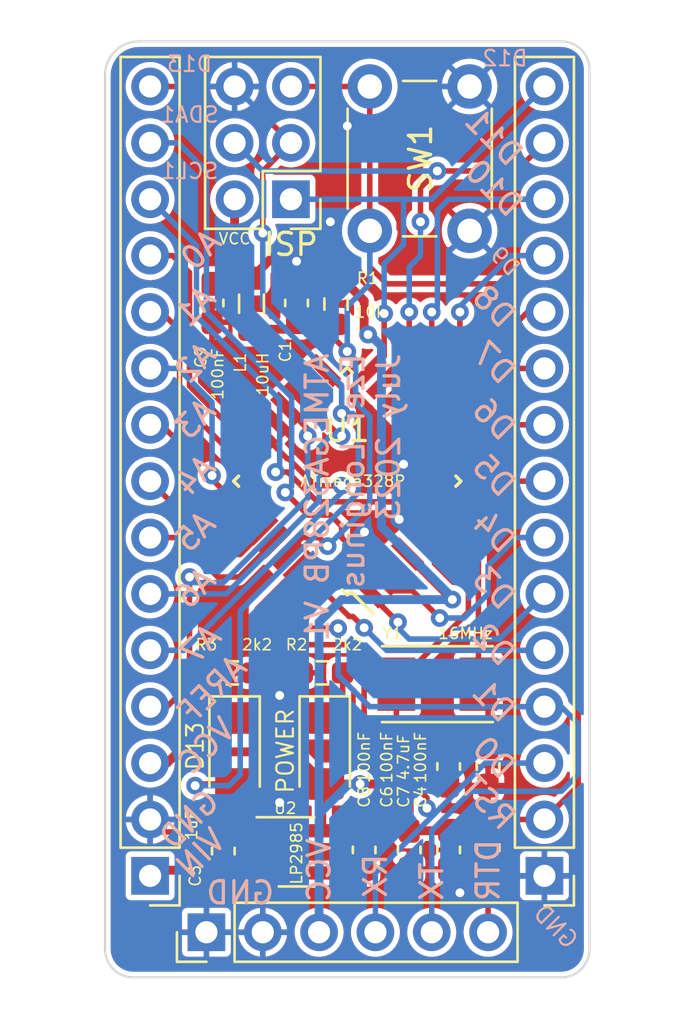
<source format=kicad_pcb>
(kicad_pcb (version 20211014) (generator pcbnew)
  (layers (0 "F.Cu" signal) (31 "B.Cu" signal) (34 "B.Paste" user) (35 "F.Paste" user) (36 "B.SilkS" user "B.Silkscreen") (37 "F.SilkS" user "F.Silkscreen") (38 "B.Mask" user) (39 "F.Mask" user) (44 "Edge.Cuts" user))
  (net 0 "")
  (net 1 "GND")
  (net 2 "VDDA")
  (net 3 "Net-(C2-Pad2)")
  (net 4 "Net-(C3-Pad2)")
  (net 5 "VDD")
  (net 6 "D{slash}R")
  (net 7 "VCC")
  (net 8 "Net-(C6-Pad2)")
  (net 9 "D12")
  (net 10 "D13")
  (net 11 "D11")
  (net 12 "~{RST}")
  (net 13 "AREF")
  (net 14 "A07")
  (net 15 "A06")
  (net 16 "A05")
  (net 17 "A04")
  (net 18 "A03")
  (net 19 "A02")
  (net 20 "A01")
  (net 21 "A00")
  (net 22 "SCL1")
  (net 23 "SDA1")
  (net 24 "D00")
  (net 25 "D01")
  (net 26 "D02")
  (net 27 "D03")
  (net 28 "D04")
  (net 29 "D05")
  (net 30 "D06")
  (net 31 "D07")
  (net 32 "D08")
  (net 33 "D09")
  (net 34 "D10")
  (net 35 "Net-(D1-Pad1)")
  (net 36 "Net-(D2-Pad1)")
  (footprint "Connector_PinHeader_2.54mm:PinHeader_1x06_P2.54mm_Vertical" (layer "F.Cu") (at 104.14 83.82 90)
    (fp_text reference "J4")
    (fp_text value "Conn_01x06_Male")
  )
  (footprint "Connector_PinHeader_2.54mm:PinHeader_1x15_P2.54mm_Vertical" (layer "F.Cu") (at 101.6 81.28 180)
    (fp_text reference "J2")
    (fp_text value "Conn_01x15_Male")
  )
  (footprint "Capacitor_SMD:C_0603_1608Metric_Pad1.08x0.95mm_HandSolder" (layer "F.Cu") (at 111.252 80.1105 -90)
    (fp_text reference "C6")
    (fp_text value "100nF")
  )
  (footprint "Package_QFP:TQFP-32_7x7mm_P0.8mm" (layer "F.Cu") (at 110.49 63.5 135)
    (fp_text reference "U1")
    (fp_text value "ATmega328P")
  )
  (footprint "Capacitor_SMD:C_0603_1608Metric_Pad1.08x0.95mm_HandSolder" (layer "F.Cu") (at 116.84 76.3535 90)
    (fp_text reference "C2")
    (fp_text value "22pF")
  )
  (footprint "Capacitor_SMD:C_0603_1608Metric_Pad1.08x0.95mm_HandSolder" (layer "F.Cu") (at 104.902 80.1635 -90)
    (fp_text reference "C5")
    (fp_text value "1uF")
  )
  (footprint "Crystal:Crystal_SMD_TXC_7A-2Pin_5x3.2mm" (layer "F.Cu") (at 114.554 72.644)
    (fp_text reference "Y1")
    (fp_text value "16MHz")
  )
  (footprint "LED_SMD:LED_1206_3216Metric_Pad1.42x1.75mm_HandSolder" (layer "F.Cu") (at 105.41 75.6555 -90)
    (fp_text reference "D13")
    (fp_text value "LED")
  )
  (footprint "Capacitor_SMD:C_0603_1608Metric_Pad1.08x0.95mm_HandSolder" (layer "F.Cu") (at 104.394 55.4725 90)
    (fp_text reference "C9")
    (fp_text value "100nF")
  )
  (footprint "Resistor_SMD:R_0603_1608Metric_Pad0.98x0.95mm_HandSolder" (layer "F.Cu") (at 109.3705 72.136 180)
    (fp_text reference "R2")
    (fp_text value "2k2")
  )
  (footprint "Capacitor_SMD:C_0603_1608Metric_Pad1.08x0.95mm_HandSolder" (layer "F.Cu") (at 116.84 80.01 90)
    (fp_text reference "C4")
    (fp_text value "100nF")
  )
  (footprint "Capacitor_SMD:C_0603_1608Metric_Pad1.08x0.95mm_HandSolder" (layer "F.Cu") (at 115.062 80.1105 90)
    (fp_text reference "C7")
    (fp_text value "4.7uF")
  )
  (footprint "Resistor_SMD:R_0603_1608Metric_Pad0.98x0.95mm_HandSolder" (layer "F.Cu") (at 105.3065 72.136)
    (fp_text reference "R3")
    (fp_text value "2k2")
  )
  (footprint "Connector_PinHeader_2.54mm:PinHeader_1x15_P2.54mm_Vertical" (layer "F.Cu") (at 119.38 81.28 180)
    (fp_text reference "J3")
    (fp_text value "Conn_01x15_Male")
  )
  (footprint "Capacitor_SMD:C_0603_1608Metric_Pad1.08x0.95mm_HandSolder" (layer "F.Cu") (at 115.062 76.3535 90)
    (fp_text reference "C3")
    (fp_text value "22pF")
  )
  (footprint "Resistor_SMD:R_0603_1608Metric_Pad0.98x0.95mm_HandSolder" (layer "F.Cu") (at 109.982 55.5225 -90)
    (fp_text reference "R1")
    (fp_text value "10k")
  )
  (footprint "Inductor_SMD:L_0805_2012Metric_Pad1.05x1.20mm_HandSolder" (layer "F.Cu") (at 106.172 55.506 -90)
    (fp_text reference "L1")
    (fp_text value "10uH")
  )
  (footprint "Package_TO_SOT_SMD:SOT-23-5" (layer "F.Cu") (at 108.204 80.198)
    (fp_text reference "U2")
    (fp_text value "LP2985")
  )
  (footprint "Connector_PinHeader_2.54mm:PinHeader_2x03_P2.54mm_Vertical" (layer "F.Cu") (at 107.95 50.8 180)
    (fp_text reference "ISP")
    (fp_text value "AVR-ISP-6")
  )
  (footprint "Capacitor_SMD:C_0603_1608Metric_Pad1.08x0.95mm_HandSolder" (layer "F.Cu") (at 108.204 55.4725 -90)
    (fp_text reference "C1")
    (fp_text value "100nF")
  )
  (footprint "Button_Switch_THT:SW_PUSH_6mm" (layer "F.Cu") (at 111.506 52.22 90)
    (fp_text reference "SW1")
    (fp_text value "SW_Push")
  )
  (footprint "LED_SMD:LED_1206_3216Metric_Pad1.42x1.75mm_HandSolder" (layer "F.Cu") (at 109.474 75.6555 -90)
    (fp_text reference "POWER")
    (fp_text value "LED")
  )
  (footprint "Capacitor_SMD:C_0603_1608Metric_Pad1.08x0.95mm_HandSolder" (layer "F.Cu") (at 113.284 80.1105 90)
    (fp_text reference "C8")
    (fp_text value "100nF")
  )
  (gr_line (start 101.092 43.688) (end 120.142 43.688) (layer "Edge.Cuts") (width 0.1))
  (gr_line (start 121.412 44.958) (end 121.412 84.582) (layer "Edge.Cuts") (width 0.1))
  (gr_line (start 120.142 85.852) (end 100.838 85.852) (layer "Edge.Cuts") (width 0.1))
  (gr_arc (start 100.838 85.852) (mid 99.939974 85.480026) (end 99.568 84.582) (layer "Edge.Cuts") (width 0.1))
  (gr_arc (start 121.412 84.582) (mid 121.040026 85.480026) (end 120.142 85.852) (layer "Edge.Cuts") (width 0.1))
  (gr_line (start 99.568 84.582) (end 99.568 45.212) (layer "Edge.Cuts") (width 0.1))
  (gr_arc (start 120.142 43.688) (mid 121.040026 44.059974) (end 121.412 44.958) (layer "Edge.Cuts") (width 0.1))
  (gr_arc (start 99.568 45.212) (mid 100.014369 44.134369) (end 101.092 43.688) (layer "Edge.Cuts") (width 0.1))
  (gr_text "TX" (at 114.3 81.534 90) (layer "B.SilkS") (effects (font (size 1 1)) (justify mirror)))
  (gr_text "D11" (at 117.094 48.006 -45) (layer "B.SilkS") (effects (font (size 1 1)) (justify mirror)))
  (gr_text "D6" (at 117.094 60.706 -45) (layer "B.SilkS") (effects (font (size 1 1)) (justify mirror)))
  (gr_text "DTR" (at 116.84 81.026 90) (layer "B.SilkS") (effects (font (size 1 1)) (justify mirror)))
  (gr_text "D8\n" (at 117.094 55.626 -45) (layer "B.SilkS") (effects (font (size 1 1)) (justify mirror)))
  (gr_text "D9" (at 117.602 53.594 -45) (layer "B.SilkS") (effects (font (size 0.7 0.7) (thickness 0.1)) (justify mirror)))
  (gr_text "A3" (at 103.632 60.706 45) (layer "B.SilkS") (effects (font (size 1 1)) (justify mirror)))
  (gr_text "D3" (at 117.094 68.326 -45) (layer "B.SilkS") (effects (font (size 1 1)) (justify mirror)))
  (gr_text "A6" (at 103.632 68.326 45) (layer "B.SilkS") (effects (font (size 1 1)) (justify mirror)))
  (gr_text "D13" (at 103.378 44.704) (layer "B.SilkS") (effects (font (size 0.7 0.7) (thickness 0.1)) (justify mirror)))
  (gr_text "A4" (at 103.632 63.246 45) (layer "B.SilkS") (effects (font (size 1 1)) (justify mirror)))
  (gr_text "D12" (at 117.602 44.45) (layer "B.SilkS") (effects (font (size 0.7 0.7) (thickness 0.1)) (justify mirror)))
  (gr_text "A0" (at 103.886 53.086 45) (layer "B.SilkS") (effects (font (size 1 1)) (justify mirror)))
  (gr_text "GND	" (at 103.124 78.994 45) (layer "B.SilkS") (effects (font (size 1 1)) (justify mirror)))
  (gr_text "ATMEGA328PB V1\nEzer Longinus\nJuly 2023" (at 110.744 57.658 90) (layer "B.SilkS") (effects (font (size 1 1)) (justify left mirror)))
  (gr_text "A2" (at 103.632 58.166 45) (layer "B.SilkS") (effects (font (size 1 1)) (justify mirror)))
  (gr_text "D5\n" (at 117.094 63.246 -45) (layer "B.SilkS") (effects (font (size 1 1)) (justify mirror)))
  (gr_text "GND" (at 119.888 83.566 -45) (layer "B.SilkS") (effects (font (size 0.75 0.75) (thickness 0.1)) (justify mirror)))
  (gr_text "VCC" (at 104.14 75.438 45) (layer "B.SilkS") (effects (font (size 1 1)) (justify mirror)))
  (gr_text "D2" (at 117.094 70.866 -45) (layer "B.SilkS") (effects (font (size 1 1)) (justify mirror)))
  (gr_text "D7" (at 117.094 58.166 -45) (layer "B.SilkS") (effects (font (size 1 1)) (justify mirror)))
  (gr_text "D10\n" (at 117.094 50.292 -45) (layer "B.SilkS") (effects (font (size 1 1)) (justify mirror)))
  (gr_text "D1" (at 117.094 73.406 -45) (layer "B.SilkS") (effects (font (size 1 1)) (justify mirror)))
  (gr_text "VCC\n" (at 109.22 81.026 90) (layer "B.SilkS") (effects (font (size 1 1)) (justify mirror)))
  (gr_text "GND\n" (at 105.664 82.042) (layer "B.SilkS") (effects (font (size 1 1)) (justify mirror)))
  (gr_text "AREF\n" (at 104.394 72.898 45) (layer "B.SilkS") (effects (font (size 1 1)) (justify mirror)))
  (gr_text "D4" (at 117.094 65.786 -45) (layer "B.SilkS") (effects (font (size 1 1)) (justify mirror)))
  (gr_text "A7\n" (at 103.886 70.866 45) (layer "B.SilkS") (effects (font (size 1 1)) (justify mirror)))
  (gr_text "RST" (at 116.84 77.978 -45) (layer "B.SilkS") (effects (font (size 1 1)) (justify mirror)))
  (gr_text "SDA1" (at 103.378 46.99) (layer "B.SilkS") (effects (font (size 0.7 0.7) (thickness 0.1)) (justify mirror)))
  (gr_text "D0" (at 117.094 75.946 -45) (layer "B.SilkS") (effects (font (size 1 1)) (justify mirror)))
  (gr_text "SCL1" (at 103.378 49.53) (layer "B.SilkS") (effects (font (size 0.7 0.7) (thickness 0.1)) (justify mirror)))
  (gr_text "VIN\n" (at 103.886 80.264 45) (layer "B.SilkS") (effects (font (size 1 1)) (justify mirror)))
  (gr_text "A1" (at 103.632 55.626 45) (layer "B.SilkS") (effects (font (size 1 1)) (justify mirror)))
  (gr_text "RX" (at 111.76 81.28 90) (layer "B.SilkS") (effects (font (size 1 1)) (justify mirror)))
  (gr_text "A5" (at 103.632 65.786 45) (layer "B.SilkS") (effects (font (size 1 1)) (justify mirror)))
  (gr_text "VCC" (at 105.41 52.578) (layer "F.SilkS") (effects (font (size 0.5 0.5) (thickness 0.075))))
  (segment (start 105.156 78.486) (end 104.902 78.74) (width 0.25) (layer "F.Cu") (net 1))
  (segment (start 105.357 55.372) (end 104.394 56.335) (width 0.25) (layer "F.Cu") (net 1))
  (segment (start 109.728 51.054) (end 110.49 50.292) (width 0.25) (layer "F.Cu") (net 1))
  (segment (start 105.156 57.912) (end 106.172 57.912) (width 0.25) (layer "F.Cu") (net 1))
  (segment (start 108.724097 62.738) (end 107.95 61.963903) (width 0.25) (layer "F.Cu") (net 1))
  (segment (start 102.161 79.301) (end 104.902 79.301) (width 0.25) (layer "F.Cu") (net 1))
  (segment (start 106.426 58.166) (end 106.426 60.001686) (width 0.25) (layer "F.Cu") (net 1))
  (segment (start 112.268 61.976) (end 110.998 61.976) (width 0.25) (layer "F.Cu") (net 1))
  (segment (start 106.426 60.001686) (end 107.201953 60.777639) (width 0.25) (layer "F.Cu") (net 1))
  (segment (start 115.57 82.042) (end 115.57 81.481) (width 0.25) (layer "F.Cu") (net 1))
  (segment (start 111.252 79.248) (end 111.76 79.248) (width 0.25) (layer "F.Cu") (net 1))
  (segment (start 113.284 80.973) (end 115.062 80.973) (width 0.25) (layer "F.Cu") (net 1))
  (segment (start 112.833332 65.220668) (end 111.834528 65.220668) (width 0.25) (layer "F.Cu") (net 1))
  (segment (start 110.236 62.738) (end 108.724097 62.738) (width 0.25) (layer "F.Cu") (net 1))
  (segment (start 107.442 77.978) (end 107.696 77.978) (width 0.25) (layer "F.Cu") (net 1))
  (segment (start 113.778047 66.222361) (end 113.778047 66.165383) (width 0.25) (layer "F.Cu") (net 1))
  (segment (start 107.442 55.372) (end 105.357 55.372) (width 0.25) (layer "F.Cu") (net 1))
  (segment (start 113.03 62.738) (end 112.268 61.976) (width 0.25) (layer "F.Cu") (net 1))
  (segment (start 115.623 80.973) (end 116.04 80.556) (width 0.25) (layer "F.Cu") (net 1))
  (segment (start 101.6 78.74) (end 102.161 79.301) (width 0.25) (layer "F.Cu") (net 1))
  (segment (start 107.442 72.136) (end 108.458 72.136) (width 0.25) (layer "F.Cu") (net 1))
  (segment (start 112.268 79.756) (end 112.268 80.518) (width 0.25) (layer "F.Cu") (net 1))
  (segment (start 115.57 81.481) (end 115.062 80.973) (width 0.25) (layer "F.Cu") (net 1))
  (segment (start 112.831 47.443) (end 114.554 45.72) (width 0.25) (layer "F.Cu") (net 1))
  (segment (start 113.792 53.086) (end 112.831 52.125) (width 0.25) (layer "F.Cu") (net 1))
  (segment (start 107.442 72.136) (end 107.442 73.152) (width 0.25) (layer "F.Cu") (net 1))
  (segment (start 104.394 57.15) (end 105.156 57.912) (width 0.25) (layer "F.Cu") (net 1))
  (segment (start 116.078 77.216) (end 116.84 77.216) (width 0.25) (layer "F.Cu") (net 1))
  (segment (start 114.554 45.72) (end 116.006 45.72) (width 0.25) (layer "F.Cu") (net 1))
  (segment (start 107.442 77.978) (end 106.699538 77.978) (width 0.25) (layer "F.Cu") (net 1))
  (segment (start 107.95 61.963903) (end 107.95 61.525686) (width 0.25) (layer "F.Cu") (net 1))
  (segment (start 111.834528 65.220668) (end 111.267853 65.787343) (width 0.25) (layer "F.Cu") (net 1))
  (segment (start 116.04 77.254) (end 116.078 77.216) (width 0.25) (layer "F.Cu") (net 1))
  (segment (start 116.006 52.22) (end 115.14 53.086) (width 0.25) (layer "F.Cu") (net 1))
  (segment (start 107.0665 80.198) (end 108.27 80.198) (width 0.25) (layer "F.Cu") (net 1))
  (segment (start 104.394 56.335) (end 104.394 57.15) (width 0.25) (layer "F.Cu") (net 1))
  (segment (start 115.14 53.086) (end 113.792 53.086) (width 0.25) (layer "F.Cu") (net 1))
  (segment (start 113.778047 66.165383) (end 112.833332 65.220668) (width 0.25) (layer "F.Cu") (net 1))
  (segment (start 115.062 80.973) (end 115.623 80.973) (width 0.25) (layer "F.Cu") (net 1))
  (segment (start 108.204 54.61) (end 108.204 53.594) (width 0.25) (layer "F.Cu") (net 1))
  (segment (start 108.27 80.198) (end 110.302 80.198) (width 0.25) (layer "F.Cu") (net 1))
  (segment (start 109.728 51.816) (end 109.728 51.054) (width 0.25) (layer "F.Cu") (net 1))
  (segment (start 115.062 77.216) (end 116.078 77.216) (width 0.25) (layer "F.Cu") (net 1))
  (segment (start 110.998 61.976) (end 110.236 62.738) (width 0.25) (layer "F.Cu") (net 1))
  (segment (start 106.219 72.136) (end 107.442 72.136) (width 0.25) (layer "F.Cu") (net 1))
  (segment (start 108.27 78.552) (end 108.27 80.198) (width 0.25) (layer "F.Cu") (net 1))
  (segment (start 112.831 52.125) (end 112.831 47.443) (width 0.25) (layer "F.Cu") (net 1))
  (segment (start 107.95 61.525686) (end 107.201953 60.777639) (width 0.25) (layer "F.Cu") (net 1))
  (segment (start 110.49 50.292) (end 110.49 47.498) (width 0.25) (layer "F.Cu") (net 1))
  (segment (start 112.723 80.973) (end 113.284 80.973) (width 0.25) (layer "F.Cu") (net 1))
  (segment (start 106.172 57.912) (end 106.426 58.166) (width 0.25) (layer "F.Cu") (net 1))
  (segment (start 112.268 80.518) (end 112.723 80.973) (width 0.25) (layer "F.Cu") (net 1))
  (segment (start 110.302 80.198) (end 111.252 79.248) (width 0.25) (layer "F.Cu") (net 1))
  (segment (start 104.902 78.74) (end 104.902 79.301) (width 0.25) (layer "F.Cu") (net 1))
  (segment (start 111.76 79.248) (end 112.268 79.756) (width 0.25) (layer "F.Cu") (net 1))
  (segment (start 107.696 77.978) (end 108.27 78.552) (width 0.25) (layer "F.Cu") (net 1))
  (segment (start 106.191538 78.486) (end 105.156 78.486) (width 0.25) (layer "F.Cu") (net 1))
  (segment (start 108.204 54.61) (end 107.442 55.372) (width 0.25) (layer "F.Cu") (net 1))
  (segment (start 106.699538 77.978) (end 106.191538 78.486) (width 0.25) (layer "F.Cu") (net 1))
  (segment (start 116.04 80.556) (end 116.04 77.254) (width 0.25) (layer "F.Cu") (net 1))
  (via (at 109.728 51.816) (size 0.8) (drill 0.4) (layers "F.Cu" "B.Cu") (net 1))
  (via (at 110.49 47.498) (size 0.8) (drill 0.4) (layers "F.Cu" "B.Cu") (net 1))
  (via (at 112.833332 65.220668) (size 0.8) (drill 0.4) (layers "F.Cu" "B.Cu") (net 1))
  (via (at 107.442 73.152) (size 0.8) (drill 0.4) (layers "F.Cu" "B.Cu") (net 1))
  (via (at 111.267853 65.787343) (size 0.8) (drill 0.4) (layers "F.Cu" "B.Cu") (net 1))
  (via (at 115.57 82.042) (size 0.8) (drill 0.4) (layers "F.Cu" "B.Cu") (net 1))
  (via (at 113.03 62.738) (size 0.8) (drill 0.4) (layers "F.Cu" "B.Cu") (net 1))
  (via (at 107.442 77.978) (size 0.8) (drill 0.4) (layers "F.Cu" "B.Cu") (net 1))
  (via (at 108.204 53.594) (size 0.8) (drill 0.4) (layers "F.Cu" "B.Cu") (net 1))
  (segment (start 112.833332 62.934668) (end 113.03 62.738) (width 0.25) (layer "B.Cu") (net 1))
  (segment (start 106.68 83.82) (end 106.68 78.74) (width 0.25) (layer "B.Cu") (net 1))
  (segment (start 106.684278 46.994278) (end 109.478278 46.994278) (width 0.25) (layer "B.Cu") (net 1))
  (segment (start 105.41 45.72) (end 106.684278 46.994278) (width 0.25) (layer "B.Cu") (net 1))
  (segment (start 104.14 83.82) (end 106.68 83.82) (width 0.25) (layer "B.Cu") (net 1))
  (segment (start 111.267853 65.78805) (end 107.442 69.613903) (width 0.25) (layer "B.Cu") (net 1))
  (segment (start 108.966 53.594) (end 109.728 52.832) (width 0.25) (layer "B.Cu") (net 1))
  (segment (start 106.68 78.74) (end 107.442 77.978) (width 0.25) (layer "B.Cu") (net 1))
  (segment (start 112.776 47.498) (end 114.554 45.72) (width 0.25) (layer "B.Cu") (net 1))
  (segment (start 112.833332 65.220668) (end 112.833332 62.934668) (width 0.25) (layer "B.Cu") (net 1))
  (segment (start 109.982 47.498) (end 110.49 47.498) (width 0.25) (layer "B.Cu") (net 1))
  (segment (start 110.49 47.498) (end 112.776 47.498) (width 0.25) (layer "B.Cu") (net 1))
  (segment (start 109.478278 46.994278) (end 109.982 47.498) (width 0.25) (layer "B.Cu") (net 1))
  (segment (start 107.442 69.613903) (end 107.442 73.152) (width 0.25) (layer "B.Cu") (net 1))
  (segment (start 116.332 81.28) (end 115.57 82.042) (width 0.25) (layer "B.Cu") (net 1))
  (segment (start 108.204 53.594) (end 108.966 53.594) (width 0.25) (layer "B.Cu") (net 1))
  (segment (start 119.38 81.28) (end 116.332 81.28) (width 0.25) (layer "B.Cu") (net 1))
  (segment (start 109.728 52.832) (end 109.728 51.816) (width 0.25) (layer "B.Cu") (net 1))
  (segment (start 107.442 73.152) (end 107.442 77.978) (width 0.25) (layer "B.Cu") (net 1))
  (segment (start 111.267853 65.787343) (end 111.267853 65.78805) (width 0.25) (layer "B.Cu") (net 1))
  (segment (start 114.554 45.72) (end 116.006 45.72) (width 0.25) (layer "B.Cu") (net 1))
  (segment (start 107.188 56.896) (end 106.948 56.656) (width 0.4) (layer "F.Cu") (net 2))
  (segment (start 106.948 56.656) (end 107.883 56.656) (width 0.4) (layer "F.Cu") (net 2))
  (segment (start 106.948 56.656) (end 106.172 56.656) (width 0.4) (layer "F.Cu") (net 2))
  (segment (start 107.188 57.369573) (end 107.188 56.896) (width 0.4) (layer "F.Cu") (net 2))
  (segment (start 107.883 56.656) (end 108.204 56.335) (width 0.4) (layer "F.Cu") (net 2))
  (segment (start 108.89901 59.080583) (end 107.188 57.369573) (width 0.4) (layer "F.Cu") (net 2))
  (segment (start 116.84 73.08) (end 116.404 72.644) (width 0.25) (layer "F.Cu") (net 3))
  (segment (start 116.84 75.745) (end 116.84 73.08) (width 0.25) (layer "F.Cu") (net 3))
  (segment (start 116.404 65.454202) (end 115.475103 64.525305) (width 0.25) (layer "F.Cu") (net 3))
  (segment (start 116.404 72.644) (end 116.404 65.454202) (width 0.25) (layer "F.Cu") (net 3))
  (segment (start 113.337 75.491) (end 112.704 74.858) (width 0.25) (layer "F.Cu") (net 4))
  (segment (start 115.954 66.135573) (end 115.954 69.394) (width 0.25) (layer "F.Cu") (net 4))
  (segment (start 115.062 75.491) (end 113.337 75.491) (width 0.25) (layer "F.Cu") (net 4))
  (segment (start 114.909417 65.09099) (end 115.954 66.135573) (width 0.25) (layer "F.Cu") (net 4))
  (segment (start 115.954 69.394) (end 112.704 72.644) (width 0.25) (layer "F.Cu") (net 4))
  (segment (start 112.704 74.858) (end 112.704 72.644) (width 0.25) (layer "F.Cu") (net 4))
  (segment (start 111.071 77.143) (end 109.474 77.143) (width 0.4) (layer "F.Cu") (net 5))
  (segment (start 113.212361 66.788047) (end 113.212361 66.816861) (width 0.4) (layer "F.Cu") (net 5))
  (segment (start 109.22 52.578) (end 107.95 52.578) (width 0.4) (layer "F.Cu") (net 5))
  (segment (start 102.362 76.2) (end 102.87 75.692) (width 0.4) (layer "F.Cu") (net 5))
  (segment (start 111.252 56.718487) (end 111.429513 56.896) (width 0.4) (layer "F.Cu") (net 5))
  (segment (start 109.3415 77.2755) (end 109.474 77.143) (width 0.4) (layer "F.Cu") (net 5))
  (segment (start 105.41 52.832) (end 105.41 53.594) (width 0.4) (layer "F.Cu") (net 5))
  (segment (start 105.41 50.8) (end 105.41 52.832) (width 0.4) (layer "F.Cu") (net 5))
  (segment (start 111.252 55.88) (end 111.252 56.718487) (width 0.4) (layer "F.Cu") (net 5))
  (segment (start 111.252 55.372) (end 111.252 55.88) (width 0.4) (layer "F.Cu") (net 5))
  (segment (start 101.6 76.2) (end 102.362 76.2) (width 0.4) (layer "F.Cu") (net 5))
  (segment (start 113.212361 66.816861) (end 115.2295 68.834) (width 0.4) (layer "F.Cu") (net 5))
  (segment (start 110.49 54.61) (end 111.252 55.372) (width 0.4) (layer "F.Cu") (net 5))
  (segment (start 110.236 54.61) (end 110.49 54.61) (width 0.4) (layer "F.Cu") (net 5))
  (segment (start 113.284 77.724) (end 112.703 77.143) (width 0.4) (layer "F.Cu") (net 5))
  (segment (start 113.284 79.248) (end 113.284 77.724) (width 0.4) (layer "F.Cu") (net 5))
  (segment (start 105.918 54.61) (end 106.172 54.356) (width 0.4) (layer "F.Cu") (net 5))
  (segment (start 109.3415 79.248) (end 109.3415 77.2755) (width 0.4) (layer "F.Cu") (net 5))
  (segment (start 109.982 54.61) (end 109.982 53.34) (width 0.4) (layer "F.Cu") (net 5))
  (segment (start 105.41 53.594) (end 106.172 54.356) (width 0.4) (layer "F.Cu") (net 5))
  (segment (start 109.982 53.34) (end 109.22 52.578) (width 0.4) (layer "F.Cu") (net 5))
  (segment (start 112.703 77.143) (end 111.071 77.143) (width 0.4) (layer "F.Cu") (net 5))
  (segment (start 107.95 52.578) (end 106.172 54.356) (width 0.4) (layer "F.Cu") (net 5))
  (segment (start 108.023 75.692) (end 109.474 77.143) (width 0.4) (layer "F.Cu") (net 5))
  (segment (start 104.394 54.61) (end 105.918 54.61) (width 0.4) (layer "F.Cu") (net 5))
  (segment (start 109.982 54.61) (end 110.236 54.61) (width 0.4) (layer "F.Cu") (net 5))
  (segment (start 113.284 79.248) (end 115.062 79.248) (width 0.4) (layer "F.Cu") (net 5))
  (segment (start 102.87 75.692) (end 108.023 75.692) (width 0.4) (layer "F.Cu") (net 5))
  (via (at 115.2295 68.834) (size 0.8) (drill 0.4) (layers "F.Cu" "B.Cu") (net 5))
  (via (at 111.429513 56.896) (size 0.8) (drill 0.4) (layers "F.Cu" "B.Cu") (net 5))
  (via (at 111.071 77.143) (size 0.8) (drill 0.4) (layers "F.Cu" "B.Cu") (net 5))
  (segment (start 111.429513 56.896) (end 111.506 56.896) (width 0.4) (layer "B.Cu") (net 5))
  (segment (start 109.22 69.85) (end 109.22 78.486) (width 0.4) (layer "B.Cu") (net 5))
  (segment (start 110.563 77.143) (end 111.071 77.143) (width 0.4) (layer "B.Cu") (net 5))
  (segment (start 109.22 78.486) (end 110.563 77.143) (width 0.4) (layer "B.Cu") (net 5))
  (segment (start 115.2295 68.7475) (end 115.2295 68.834) (width 0.4) (layer "B.Cu") (net 5))
  (segment (start 115.2295 68.834) (end 110.236 68.834) (width 0.4) (layer "B.Cu") (net 5))
  (segment (start 111.506 56.896) (end 112.031 57.421) (width 0.4) (layer "B.Cu") (net 5))
  (segment (start 112.031 57.421) (end 112.031 65.549) (width 0.4) (layer "B.Cu") (net 5))
  (segment (start 112.031 65.549) (end 115.2295 68.7475) (width 0.4) (layer "B.Cu") (net 5))
  (segment (start 110.236 68.834) (end 109.22 69.85) (width 0.4) (layer "B.Cu") (net 5))
  (segment (start 109.22 83.82) (end 109.22 78.486) (width 0.4) (layer "B.Cu") (net 5))
  (segment (start 116.84 83.82) (end 116.84 80.8725) (width 0.25) (layer "F.Cu") (net 6))
  (segment (start 101.854 81.026) (end 101.6 81.28) (width 0.4) (layer "F.Cu") (net 7))
  (segment (start 105.918 79.502) (end 105.918 81.026) (width 0.4) (layer "F.Cu") (net 7))
  (segment (start 104.902 81.026) (end 101.854 81.026) (width 0.4) (layer "F.Cu") (net 7))
  (segment (start 106.172 79.248) (end 105.918 79.502) (width 0.4) (layer "F.Cu") (net 7))
  (segment (start 107.0665 79.248) (end 106.172 79.248) (width 0.4) (layer "F.Cu") (net 7))
  (segment (start 105.024 81.148) (end 104.902 81.026) (width 0.4) (layer "F.Cu") (net 7))
  (segment (start 105.918 81.026) (end 106.04 81.148) (width 0.4) (layer "F.Cu") (net 7))
  (segment (start 106.04 81.148) (end 105.024 81.148) (width 0.4) (layer "F.Cu") (net 7))
  (segment (start 107.0665 81.148) (end 106.04 81.148) (width 0.4) (layer "F.Cu") (net 7))
  (segment (start 111.077 81.148) (end 111.252 80.973) (width 0.25) (layer "F.Cu") (net 8))
  (segment (start 109.3415 81.148) (end 111.077 81.148) (width 0.25) (layer "F.Cu") (net 8))
  (segment (start 112.154013 57.876189) (end 111.515305 58.514897) (width 0.25) (layer "F.Cu") (net 9))
  (segment (start 112.154013 55.950006) (end 112.154013 57.876189) (width 0.25) (layer "F.Cu") (net 9))
  (via (at 112.154013 55.950006) (size 0.8) (drill 0.4) (layers "F.Cu" "B.Cu") (net 9))
  (segment (start 113.03 50.8) (end 114.3 50.8) (width 0.25) (layer "B.Cu") (net 9))
  (segment (start 112.154013 53.707987) (end 113.03 52.832) (width 0.25) (layer "B.Cu") (net 9))
  (segment (start 114.3 50.8) (end 119.38 45.72) (width 0.25) (layer "B.Cu") (net 9))
  (segment (start 107.95 50.8) (end 113.03 50.8) (width 0.25) (layer "B.Cu") (net 9))
  (segment (start 112.154013 55.950006) (end 112.154013 53.707987) (width 0.25) (layer "B.Cu") (net 9))
  (segment (start 113.03 52.832) (end 113.03 50.8) (width 0.25) (layer "B.Cu") (net 9))
  (segment (start 106.68 46.99) (end 107.95 48.26) (width 0.25) (layer "F.Cu") (net 10))
  (segment (start 106.68 52.324) (end 106.68 49.53) (width 0.25) (layer "F.Cu") (net 10))
  (segment (start 105.41 77.143) (end 103.705 77.143) (width 0.25) (layer "F.Cu") (net 10))
  (segment (start 103.705 77.143) (end 103.632 77.216) (width 0.25) (layer "F.Cu") (net 10))
  (segment (start 110.236 60.452) (end 110.236 59.286202) (width 0.25) (layer "F.Cu") (net 10))
  (segment (start 103.124 45.72) (end 104.394 46.99) (width 0.25) (layer "F.Cu") (net 10))
  (segment (start 106.68 49.53) (end 107.95 48.26) (width 0.25) (layer "F.Cu") (net 10))
  (segment (start 110.236 59.286202) (end 109.464695 58.514897) (width 0.25) (layer "F.Cu") (net 10))
  (segment (start 104.394 46.99) (end 106.68 46.99) (width 0.25) (layer "F.Cu") (net 10))
  (segment (start 101.6 45.72) (end 103.124 45.72) (width 0.25) (layer "F.Cu") (net 10))
  (via (at 110.236 60.452) (size 0.8) (drill 0.4) (layers "F.Cu" "B.Cu") (net 10))
  (via (at 103.632 77.216) (size 0.8) (drill 0.4) (layers "F.Cu" "B.Cu") (net 10))
  (via (at 106.68 52.324) (size 0.8) (drill 0.4) (layers "F.Cu" "B.Cu") (net 10))
  (segment (start 110.236 60.452) (end 110.744 60.452) (width 0.25) (layer "B.Cu") (net 10))
  (segment (start 110.744 60.452) (end 110.998 60.706) (width 0.25) (layer "B.Cu") (net 10))
  (segment (start 110.998 64.008) (end 105.664 69.342) (width 0.25) (layer "B.Cu") (net 10))
  (segment (start 105.664 69.342) (end 105.664 76.708) (width 0.25) (layer "B.Cu") (net 10))
  (segment (start 110.998 60.706) (end 110.998 64.008) (width 0.25) (layer "B.Cu") (net 10))
  (segment (start 106.68 55.626) (end 106.68 52.324) (width 0.25) (layer "B.Cu") (net 10))
  (segment (start 110.236 59.182) (end 108.966 57.912) (width 0.25) (layer "B.Cu") (net 10))
  (segment (start 105.156 77.216) (end 103.632 77.216) (width 0.25) (layer "B.Cu") (net 10))
  (segment (start 105.664 76.708) (end 105.156 77.216) (width 0.25) (layer "B.Cu") (net 10))
  (segment (start 110.236 60.452) (end 110.236 59.182) (width 0.25) (layer "B.Cu") (net 10))
  (segment (start 108.966 57.912) (end 106.68 55.626) (width 0.25) (layer "B.Cu") (net 10))
  (segment (start 113.284 57.877573) (end 113.284 55.88) (width 0.25) (layer "F.Cu") (net 11))
  (segment (start 118.114299 49.525701) (end 119.38 48.26) (width 0.25) (layer "F.Cu") (net 11))
  (segment (start 112.604013 58.55756) (end 113.284 57.877573) (width 0.25) (layer "F.Cu") (net 11))
  (segment (start 113.792 51.816) (end 113.792 50.283402) (width 0.25) (layer "F.Cu") (net 11))
  (segment (start 112.08099 59.080583) (end 112.604013 58.55756) (width 0.25) (layer "F.Cu") (net 11))
  (segment (start 113.792 50.283402) (end 114.549701 49.525701) (width 0.25) (layer "F.Cu") (net 11))
  (segment (start 114.549701 49.525701) (end 118.114299 49.525701) (width 0.25) (layer "F.Cu") (net 11))
  (via (at 114.549701 49.525701) (size 0.8) (drill 0.4) (layers "F.Cu" "B.Cu") (net 11))
  (via (at 113.792 51.816) (size 0.8) (drill 0.4) (layers "F.Cu" "B.Cu") (net 11))
  (via (at 113.284 55.88) (size 0.8) (drill 0.4) (layers "F.Cu" "B.Cu") (net 11))
  (segment (start 113.284 55.88) (end 113.284 53.848) (width 0.25) (layer "B.Cu") (net 11))
  (segment (start 113.284 53.848) (end 113.792 53.34) (width 0.25) (layer "B.Cu") (net 11))
  (segment (start 114.545402 49.53) (end 114.549701 49.525701) (width 0.25) (layer "B.Cu") (net 11))
  (segment (start 112.268 49.53) (end 113.538 49.53) (width 0.25) (layer "B.Cu") (net 11))
  (segment (start 105.41 48.26) (end 106.68 49.53) (width 0.25) (layer "B.Cu") (net 11))
  (segment (start 106.68 49.53) (end 112.268 49.53) (width 0.25) (layer "B.Cu") (net 11))
  (segment (start 113.538 49.53) (end 114.545402 49.53) (width 0.25) (layer "B.Cu") (net 11))
  (segment (start 113.792 53.34) (end 113.792 51.816) (width 0.25) (layer "B.Cu") (net 11))
  (segment (start 107.767639 66.788047) (end 107.767639 66.730361) (width 0.25) (layer "F.Cu") (net 12))
  (segment (start 109.982 57.15) (end 109.982 56.435) (width 0.25) (layer "F.Cu") (net 12))
  (segment (start 120.904 77.216) (end 119.38 78.74) (width 0.25) (layer "F.Cu") (net 12))
  (segment (start 116.84 79.1475) (end 117.2475 78.74) (width 0.25) (layer "F.Cu") (net 12))
  (segment (start 112.268 54.61) (end 119.888 54.61) (width 0.25) (layer "F.Cu") (net 12))
  (segment (start 110.49 57.658) (end 109.982 57.15) (width 0.25) (layer "F.Cu") (net 12))
  (segment (start 111.506 53.848) (end 111.506 52.22) (width 0.25) (layer "F.Cu") (net 12))
  (segment (start 117.2475 78.74) (end 119.38 78.74) (width 0.25) (layer "F.Cu") (net 12))
  (segment (start 111.506 53.848) (end 112.268 54.61) (width 0.25) (layer "F.Cu") (net 12))
  (segment (start 111.506 52.22) (end 111.506 45.72) (width 0.25) (layer "F.Cu") (net 12))
  (segment (start 109.22 66.04) (end 108.458 66.04) (width 0.25) (layer "F.Cu") (net 12))
  (segment (start 120.904 55.626) (end 120.904 77.216) (width 0.25) (layer "F.Cu") (net 12))
  (segment (start 109.605299 66.425299) (end 109.22 66.04) (width 0.25) (layer "F.Cu") (net 12))
  (segment (start 107.767639 66.730361) (end 108.458 66.04) (width 0.25) (layer "F.Cu") (net 12))
  (segment (start 107.95 45.72) (end 111.506 45.72) (width 0.25) (layer "F.Cu") (net 12))
  (segment (start 119.888 54.61) (end 120.904 55.626) (width 0.25) (layer "F.Cu") (net 12))
  (via (at 110.49 57.658) (size 0.8) (drill 0.4) (layers "F.Cu" "B.Cu") (net 12))
  (via (at 109.605299 66.425299) (size 0.8) (drill 0.4) (layers "F.Cu" "B.Cu") (net 12))
  (segment (start 110.867743 58.035743) (end 110.49 57.658) (width 0.25) (layer "B.Cu") (net 12))
  (segment (start 110.867743 59.939347) (end 111.506 60.577604) (width 0.25) (layer "B.Cu") (net 12))
  (segment (start 110.867743 58.797743) (end 110.867743 58.543743) (width 0.25) (layer "B.Cu") (net 12))
  (segment (start 110.49 55.626) (end 111.506 54.61) (width 0.25) (layer "B.Cu") (net 12))
  (segment (start 111.506 64.524598) (end 109.605299 66.425299) (width 0.25) (layer "B.Cu") (net 12))
  (segment (start 110.49 57.658) (end 110.49 55.626) (width 0.25) (layer "B.Cu") (net 12))
  (segment (start 110.867743 58.543743) (end 110.867743 58.035743) (width 0.25) (layer "B.Cu") (net 12))
  (segment (start 110.867743 59.939347) (end 110.867743 58.797743) (width 0.25) (layer "B.Cu") (net 12))
  (segment (start 111.506 60.577604) (end 111.506 64.524598) (width 0.25) (layer "B.Cu") (net 12))
  (segment (start 111.506 54.61) (end 111.506 52.22) (width 0.25) (layer "B.Cu") (net 12))
  (segment (start 108.707701 61.152015) (end 107.767639 60.211953) (width 0.25) (layer "F.Cu") (net 13))
  (segment (start 103.124 72.898) (end 103.378 72.644) (width 0.25) (layer "F.Cu") (net 13))
  (segment (start 103.378 72.644) (end 103.378 67.818) (width 0.25) (layer "F.Cu") (net 13))
  (segment (start 108.707701 61.463701) (end 108.707701 61.152015) (width 0.25) (layer "F.Cu") (net 13))
  (segment (start 102.362 73.66) (end 103.124 72.898) (width 0.25) (layer "F.Cu") (net 13))
  (segment (start 101.6 73.66) (end 102.362 73.66) (width 0.25) (layer "F.Cu") (net 13))
  (via (at 103.378 67.818) (size 0.8) (drill 0.4) (layers "F.Cu" "B.Cu") (net 13))
  (via (at 108.707701 61.463701) (size 0.8) (drill 0.4) (layers "F.Cu" "B.Cu") (net 13))
  (segment (start 103.378 67.818) (end 103.632 68.072) (width 0.25) (layer "B.Cu") (net 13))
  (segment (start 104.394 68.072) (end 104.899208 68.072) (width 0.25) (layer "B.Cu") (net 13))
  (segment (start 108.707701 64.263507) (end 108.707701 61.463701) (width 0.25) (layer "B.Cu") (net 13))
  (segment (start 107.696 65.275208) (end 108.707701 64.263507) (width 0.25) (layer "B.Cu") (net 13))
  (segment (start 103.632 68.072) (end 104.394 68.072) (width 0.25) (layer "B.Cu") (net 13))
  (segment (start 104.899208 68.072) (end 107.696 65.275208) (width 0.25) (layer "B.Cu") (net 13))
  (segment (start 107.776944 62.484) (end 106.636268 61.343324) (width 0.25) (layer "F.Cu") (net 14))
  (segment (start 108.780851 63.43115) (end 109.054673 63.704972) (width 0.25) (layer "F.Cu") (net 14))
  (segment (start 109.054673 63.704972) (end 110.236 63.704972) (width 0.25) (layer "F.Cu") (net 14))
  (segment (start 107.833701 62.484) (end 108.780851 63.43115) (width 0.25) (layer "F.Cu") (net 14))
  (segment (start 107.776944 62.484) (end 107.833701 62.484) (width 0.25) (layer "F.Cu") (net 14))
  (via (at 110.236 63.704972) (size 0.8) (drill 0.4) (layers "F.Cu" "B.Cu") (net 14))
  (segment (start 103.124 71.12) (end 101.6 71.12) (width 0.25) (layer "B.Cu") (net 14))
  (segment (start 110.236 63.704972) (end 110.236 64.008) (width 0.25) (layer "B.Cu") (net 14))
  (segment (start 110.236 64.008) (end 103.124 71.12) (width 0.25) (layer "B.Cu") (net 14))
  (segment (start 108.333324 59.646268) (end 110.155056 61.468) (width 0.25) (layer "F.Cu") (net 15))
  (segment (start 110.155056 61.468) (end 110.236 61.468) (width 0.25) (layer "F.Cu") (net 15))
  (via (at 110.236 61.468) (size 0.8) (drill 0.4) (layers "F.Cu" "B.Cu") (net 15))
  (segment (start 109.728 61.468) (end 109.22 61.976) (width 0.25) (layer "B.Cu") (net 15))
  (segment (start 109.22 61.976) (end 109.22 64.387604) (width 0.25) (layer "B.Cu") (net 15))
  (segment (start 105.027604 68.58) (end 101.6 68.58) (width 0.25) (layer "B.Cu") (net 15))
  (segment (start 110.236 61.468) (end 109.728 61.468) (width 0.25) (layer "B.Cu") (net 15))
  (segment (start 109.22 64.387604) (end 105.027604 68.58) (width 0.25) (layer "B.Cu") (net 15))
  (segment (start 104.648 67.818) (end 105.606314 67.818) (width 0.25) (layer "F.Cu") (net 16))
  (segment (start 101.6 66.04) (end 102.87 66.04) (width 0.25) (layer "F.Cu") (net 16))
  (segment (start 105.606314 67.818) (end 107.201953 66.222361) (width 0.25) (layer "F.Cu") (net 16))
  (segment (start 102.87 66.04) (end 104.648 67.818) (width 0.25) (layer "F.Cu") (net 16))
  (segment (start 106.636268 65.656676) (end 106.636268 65.829732) (width 0.25) (layer "F.Cu") (net 17))
  (segment (start 106.636268 65.829732) (end 105.664 66.802) (width 0.25) (layer "F.Cu") (net 17))
  (segment (start 105.664 66.802) (end 104.394 66.802) (width 0.25) (layer "F.Cu") (net 17))
  (segment (start 102.616 65.024) (end 102.616 64.516) (width 0.25) (layer "F.Cu") (net 17))
  (segment (start 104.394 66.802) (end 102.616 65.024) (width 0.25) (layer "F.Cu") (net 17))
  (segment (start 102.616 64.516) (end 101.6 63.5) (width 0.25) (layer "F.Cu") (net 17))
  (segment (start 101.6 60.96) (end 102.108 60.96) (width 0.25) (layer "F.Cu") (net 18))
  (segment (start 104.394 66.04) (end 105.156 66.04) (width 0.25) (layer "F.Cu") (net 18))
  (segment (start 103.124 61.976) (end 103.124 64.77) (width 0.25) (layer "F.Cu") (net 18))
  (segment (start 105.156 66.04) (end 106.070583 65.125417) (width 0.25) (layer "F.Cu") (net 18))
  (segment (start 103.124 64.77) (end 104.394 66.04) (width 0.25) (layer "F.Cu") (net 18))
  (segment (start 102.108 60.96) (end 103.124 61.976) (width 0.25) (layer "F.Cu") (net 18))
  (segment (start 106.070583 65.125417) (end 106.070583 65.09099) (width 0.25) (layer "F.Cu") (net 18))
  (segment (start 104.394 63.246) (end 104.394 63.414408) (width 0.25) (layer "F.Cu") (net 19))
  (segment (start 104.394 63.414408) (end 105.504897 64.525305) (width 0.25) (layer "F.Cu") (net 19))
  (via (at 104.394 63.246) (size 0.8) (drill 0.4) (layers "F.Cu" "B.Cu") (net 19))
  (segment (start 102.87 58.42) (end 104.394 59.944) (width 0.25) (layer "B.Cu") (net 19))
  (segment (start 104.394 59.944) (end 104.394 63.246) (width 0.25) (layer "B.Cu") (net 19))
  (segment (start 102.362 58.42) (end 102.87 58.42) (width 0.25) (layer "B.Cu") (net 19))
  (segment (start 101.6 58.42) (end 102.362 58.42) (width 0.25) (layer "B.Cu") (net 19))
  (segment (start 102.928 56.7) (end 102.928 59.897798) (width 0.25) (layer "F.Cu") (net 20))
  (segment (start 102.928 59.897798) (end 105.504897 62.474695) (width 0.25) (layer "F.Cu") (net 20))
  (segment (start 101.6 55.88) (end 102.108 55.88) (width 0.25) (layer "F.Cu") (net 20))
  (segment (start 102.108 55.88) (end 102.928 56.7) (width 0.25) (layer "F.Cu") (net 20))
  (segment (start 103.378 54.102) (end 102.616 53.34) (width 0.25) (layer "F.Cu") (net 21))
  (segment (start 106.070583 61.90901) (end 103.378 59.216427) (width 0.25) (layer "F.Cu") (net 21))
  (segment (start 102.616 53.34) (end 101.6 53.34) (width 0.25) (layer "F.Cu") (net 21))
  (segment (start 103.378 59.216427) (end 103.378 54.102) (width 0.25) (layer "F.Cu") (net 21))
  (segment (start 113.116528 64.429472) (end 114.343732 65.656676) (width 0.25) (layer "F.Cu") (net 22))
  (segment (start 109.142777 64.429472) (end 107.802164 63.088859) (width 0.25) (layer "F.Cu") (net 22))
  (segment (start 113.116528 64.429472) (end 109.142777 64.429472) (width 0.25) (layer "F.Cu") (net 22))
  (segment (start 107.802164 63.088859) (end 107.258701 63.088859) (width 0.25) (layer "F.Cu") (net 22))
  (via (at 107.258701 63.088859) (size 0.8) (drill 0.4) (layers "F.Cu" "B.Cu") (net 22))
  (segment (start 107.442 62.90556) (end 107.258701 63.088859) (width 0.25) (layer "B.Cu") (net 22))
  (segment (start 101.6 50.8) (end 103.69 52.89) (width 0.25) (layer "B.Cu") (net 22))
  (segment (start 103.69 52.89) (end 103.69 56.066396) (width 0.25) (layer "B.Cu") (net 22))
  (segment (start 107.442 59.818396) (end 107.442 62.90556) (width 0.25) (layer "B.Cu") (net 22))
  (segment (start 103.69 56.066396) (end 104.456802 56.833198) (width 0.25) (layer "B.Cu") (net 22))
  (segment (start 104.456802 56.833198) (end 106.234802 58.611198) (width 0.25) (layer "B.Cu") (net 22))
  (segment (start 106.234802 58.611198) (end 107.442 59.818396) (width 0.25) (layer "B.Cu") (net 22))
  (segment (start 107.696 64.008) (end 108.712 65.024) (width 0.25) (layer "F.Cu") (net 23))
  (segment (start 108.712 65.024) (end 109.474 65.024) (width 0.25) (layer "F.Cu") (net 23))
  (segment (start 112.646676 67.353732) (end 111.840944 66.548) (width 0.25) (layer "F.Cu") (net 23))
  (segment (start 109.728 65.024) (end 109.474 65.024) (width 0.25) (layer "F.Cu") (net 23))
  (segment (start 111.840944 66.548) (end 110.744 66.548) (width 0.25) (layer "F.Cu") (net 23))
  (segment (start 110.236 66.04) (end 110.236 65.532) (width 0.25) (layer "F.Cu") (net 23))
  (segment (start 110.744 66.548) (end 110.236 66.04) (width 0.25) (layer "F.Cu") (net 23))
  (segment (start 110.236 65.532) (end 109.728 65.024) (width 0.25) (layer "F.Cu") (net 23))
  (via (at 107.696 64.008) (size 0.8) (drill 0.4) (layers "F.Cu" "B.Cu") (net 23))
  (segment (start 104.14 55.372) (end 104.14 55.88) (width 0.25) (layer "B.Cu") (net 23))
  (segment (start 107.983201 59.723201) (end 107.983201 63.2085) (width 0.25) (layer "B.Cu") (net 23))
  (segment (start 107.983201 63.2085) (end 107.983201 63.720799) (width 0.25) (layer "B.Cu") (net 23))
  (segment (start 102.87 48.26) (end 104.14 49.53) (width 0.25) (layer "B.Cu") (net 23))
  (segment (start 106.934 58.674) (end 107.983201 59.723201) (width 0.25) (layer "B.Cu") (net 23))
  (segment (start 104.14 55.88) (end 106.934 58.674) (width 0.25) (layer "B.Cu") (net 23))
  (segment (start 107.983201 63.720799) (end 107.696 64.008) (width 0.25) (layer "B.Cu") (net 23))
  (segment (start 104.14 49.53) (end 104.14 55.372) (width 0.25) (layer "B.Cu") (net 23))
  (segment (start 101.6 48.26) (end 102.87 48.26) (width 0.25) (layer "B.Cu") (net 23))
  (segment (start 106.934 70.866) (end 106.426 70.358) (width 0.25) (layer "F.Cu") (net 24))
  (segment (start 112.776 76.454) (end 112.268 76.454) (width 0.25) (layer "F.Cu") (net 24))
  (segment (start 106.426 70.358) (end 106.426 69.261056) (width 0.25) (layer "F.Cu") (net 24))
  (segment (start 111.252 71.12) (end 110.998 70.866) (width 0.25) (layer "F.Cu") (net 24))
  (segment (start 110.998 70.866) (end 106.934 70.866) (width 0.25) (layer "F.Cu") (net 24))
  (segment (start 106.426 69.261056) (end 108.333324 67.353732) (width 0.25) (layer "F.Cu") (net 24))
  (segment (start 114.0835 77.7615) (end 112.776 76.454) (width 0.25) (layer "F.Cu") (net 24))
  (segment (start 112.268 76.454) (end 111.252 75.438) (width 0.25) (layer "F.Cu") (net 24))
  (segment (start 114.0835 78.232) (end 114.0835 77.7615) (width 0.25) (layer "F.Cu") (net 24))
  (segment (start 111.252 75.438) (end 111.252 71.12) (width 0.25) (layer "F.Cu") (net 24))
  (via (at 114.0835 78.232) (size 0.8) (drill 0.4) (layers "F.Cu" "B.Cu") (net 24))
  (segment (start 114.362802 78.548802) (end 116.711604 76.2) (width 0.25) (layer "B.Cu") (net 24))
  (segment (start 116.711604 76.2) (end 119.38 76.2) (width 0.25) (layer "B.Cu") (net 24))
  (segment (start 114.362802 78.548802) (end 114.0835 78.2695) (width 0.25) (layer "B.Cu") (net 24))
  (segment (start 114.0835 78.2695) (end 114.0835 78.232) (width 0.25) (layer "B.Cu") (net 24))
  (segment (start 111.76 81.151604) (end 114.362802 78.548802) (width 0.25) (layer "B.Cu") (net 24))
  (segment (start 111.76 83.82) (end 111.76 81.151604) (width 0.25) (layer "B.Cu") (net 24))
  (segment (start 108.476835 70.122835) (end 107.840213 69.486213) (width 0.25) (layer "F.Cu") (net 25))
  (segment (start 107.840213 68.978213) (end 108.89901 67.919417) (width 0.25) (layer "F.Cu") (net 25))
  (segment (start 110.077829 70.122835) (end 108.476835 70.122835) (width 0.25) (layer "F.Cu") (net 25))
  (segment (start 107.840213 69.486213) (end 107.840213 68.978213) (width 0.25) (layer "F.Cu") (net 25))
  (via (at 110.077829 70.122835) (size 0.8) (drill 0.4) (layers "F.Cu" "B.Cu") (net 25))
  (segment (start 114.3 79.248) (end 114.3 83.82) (width 0.25) (layer "B.Cu") (net 25))
  (segment (start 120.142 77.47) (end 116.078 77.47) (width 0.25) (layer "B.Cu") (net 25))
  (segment (start 120.142 73.66) (end 120.904 74.422) (width 0.25) (layer "B.Cu") (net 25))
  (segment (start 110.077829 72.231829) (end 110.077829 70.122835) (width 0.25) (layer "B.Cu") (net 25))
  (segment (start 115.57 73.66) (end 111.506 73.66) (width 0.25) (layer "B.Cu") (net 25))
  (segment (start 120.904 74.422) (end 120.904 76.708) (width 0.25) (layer "B.Cu") (net 25))
  (segment (start 119.38 73.66) (end 120.142 73.66) (width 0.25) (layer "B.Cu") (net 25))
  (segment (start 119.38 73.66) (end 115.57 73.66) (width 0.25) (layer "B.Cu") (net 25))
  (segment (start 120.904 76.708) (end 120.142 77.47) (width 0.25) (layer "B.Cu") (net 25))
  (segment (start 116.078 77.47) (end 114.3 79.248) (width 0.25) (layer "B.Cu") (net 25))
  (segment (start 111.506 73.66) (end 110.077829 72.231829) (width 0.25) (layer "B.Cu") (net 25))
  (segment (start 110.744 69.596) (end 111.252 70.104) (width 0.25) (layer "F.Cu") (net 26))
  (segment (start 109.464695 68.485103) (end 110.575592 69.596) (width 0.25) (layer "F.Cu") (net 26))
  (segment (start 110.575592 69.596) (end 110.744 69.596) (width 0.25) (layer "F.Cu") (net 26))
  (via (at 111.252 70.104) (size 0.8) (drill 0.4) (layers "F.Cu" "B.Cu") (net 26))
  (segment (start 114.3 71.12) (end 119.38 71.12) (width 0.25) (layer "B.Cu") (net 26))
  (segment (start 111.252 70.104) (end 112.268 71.12) (width 0.25) (layer "B.Cu") (net 26))
  (segment (start 112.268 71.12) (end 114.3 71.12) (width 0.25) (layer "B.Cu") (net 26))
  (segment (start 111.515305 68.485103) (end 112.066101 69.035899) (width 0.25) (layer "F.Cu") (net 27))
  (segment (start 112.776 69.85) (end 112.066101 69.140101) (width 0.25) (layer "F.Cu") (net 27))
  (segment (start 112.066101 69.140101) (end 112.066101 69.035899) (width 0.25) (layer "F.Cu") (net 27))
  (via (at 112.776 69.85) (size 0.8) (drill 0.4) (layers "F.Cu" "B.Cu") (net 27))
  (segment (start 117.348 70.612) (end 113.284 70.612) (width 0.25) (layer "B.Cu") (net 27))
  (segment (start 117.602 70.358) (end 117.348 70.612) (width 0.25) (layer "B.Cu") (net 27))
  (segment (start 113.284 70.612) (end 112.776 70.104) (width 0.25) (layer "B.Cu") (net 27))
  (segment (start 119.38 68.58) (end 117.602 70.358) (width 0.25) (layer "B.Cu") (net 27))
  (segment (start 112.776 70.104) (end 112.776 69.85) (width 0.25) (layer "B.Cu") (net 27))
  (segment (start 112.08099 67.919417) (end 112.600445 68.438872) (width 0.25) (layer "F.Cu") (net 28))
  (segment (start 113.432916 68.438872) (end 114.658723 69.664679) (width 0.25) (layer "F.Cu") (net 28))
  (segment (start 112.600445 68.438872) (end 113.432916 68.438872) (width 0.25) (layer "F.Cu") (net 28))
  (via (at 114.658723 69.664679) (size 0.8) (drill 0.4) (layers "F.Cu" "B.Cu") (net 28))
  (segment (start 118.11 66.04) (end 119.38 66.04) (width 0.25) (layer "B.Cu") (net 28))
  (segment (start 116.84 68.58) (end 116.84 67.31) (width 0.25) (layer "B.Cu") (net 28))
  (segment (start 114.658723 69.664679) (end 115.755321 69.664679) (width 0.25) (layer "B.Cu") (net 28))
  (segment (start 116.84 67.31) (end 118.11 66.04) (width 0.25) (layer "B.Cu") (net 28))
  (segment (start 115.755321 69.664679) (end 116.84 68.58) (width 0.25) (layer "B.Cu") (net 28))
  (segment (start 119.38 63.5) (end 116.500408 63.5) (width 0.25) (layer "F.Cu") (net 29))
  (segment (start 116.500408 63.5) (end 115.475103 62.474695) (width 0.25) (layer "F.Cu") (net 29))
  (segment (start 115.858427 60.96) (end 114.909417 61.90901) (width 0.25) (layer "F.Cu") (net 30))
  (segment (start 119.38 60.96) (end 115.858427 60.96) (width 0.25) (layer "F.Cu") (net 30))
  (segment (start 119.38 58.42) (end 117.267056 58.42) (width 0.25) (layer "F.Cu") (net 31))
  (segment (start 117.267056 58.42) (end 114.343732 61.343324) (width 0.25) (layer "F.Cu") (net 31))
  (segment (start 119.38 55.88) (end 118.618 55.88) (width 0.25) (layer "F.Cu") (net 32))
  (segment (start 113.778047 60.719953) (end 113.778047 60.777639) (width 0.25) (layer "F.Cu") (net 32))
  (segment (start 118.618 55.88) (end 113.778047 60.719953) (width 0.25) (layer "F.Cu") (net 32))
  (segment (start 115.57 57.854314) (end 113.212361 60.211953) (width 0.25) (layer "F.Cu") (net 33))
  (segment (start 115.57 55.88) (end 115.57 57.854314) (width 0.25) (layer "F.Cu") (net 33))
  (via (at 115.57 55.88) (size 0.8) (drill 0.4) (layers "F.Cu" "B.Cu") (net 33))
  (segment (start 115.57 55.626) (end 115.57 55.88) (width 0.25) (layer "B.Cu") (net 33))
  (segment (start 117.856 53.34) (end 115.57 55.626) (width 0.25) (layer "B.Cu") (net 33))
  (segment (start 117.856 53.34) (end 119.38 53.34) (width 0.25) (layer "B.Cu") (net 33))
  (segment (start 112.646676 59.646268) (end 114.3 57.992944) (width 0.25) (layer "F.Cu") (net 34))
  (segment (start 114.3 57.992944) (end 114.3 55.88) (width 0.25) (layer "F.Cu") (net 34))
  (via (at 114.3 55.88) (size 0.8) (drill 0.4) (layers "F.Cu" "B.Cu") (net 34))
  (segment (start 114.554 51.308) (end 114.554 55.626) (width 0.25) (layer "B.Cu") (net 34))
  (segment (start 114.554 55.626) (end 114.3 55.88) (width 0.25) (layer "B.Cu") (net 34))
  (segment (start 119.38 50.8) (end 115.062 50.8) (width 0.25) (layer "B.Cu") (net 34))
  (segment (start 115.062 50.8) (end 114.554 51.308) (width 0.25) (layer "B.Cu") (net 34))
  (segment (start 110.283 73.359) (end 110.283 72.136) (width 0.25) (layer "F.Cu") (net 35))
  (segment (start 109.474 74.168) (end 110.283 73.359) (width 0.25) (layer "F.Cu") (net 35))
  (segment (start 104.394 73.152) (end 105.41 74.168) (width 0.25) (layer "F.Cu") (net 36))
  (segment (start 104.394 72.136) (end 104.394 73.152) (width 0.25) (layer "F.Cu") (net 36))
  (zone (net 1) (net_name "GND") (layer "F.Cu") (connect_pads (clearance 0.254)) (min_thickness 0.127) (fill yes (thermal_gap 0.254) (thermal_bridge_width 0.254))
    (polygon (pts (xy 121.92 86.36) (xy 99.06 86.36) (xy 99.06 43.18) (xy 121.92 43.18)))
  )
  (zone (net 1) (net_name "GND") (layer "B.Cu") (connect_pads (clearance 0.254)) (min_thickness 0.127) (fill yes (thermal_gap 0.254) (thermal_bridge_width 0.254))
    (polygon (pts (xy 121.92 86.36) (xy 99.06 86.36) (xy 99.06 43.18) (xy 121.92 43.18)))
  )
)
</source>
